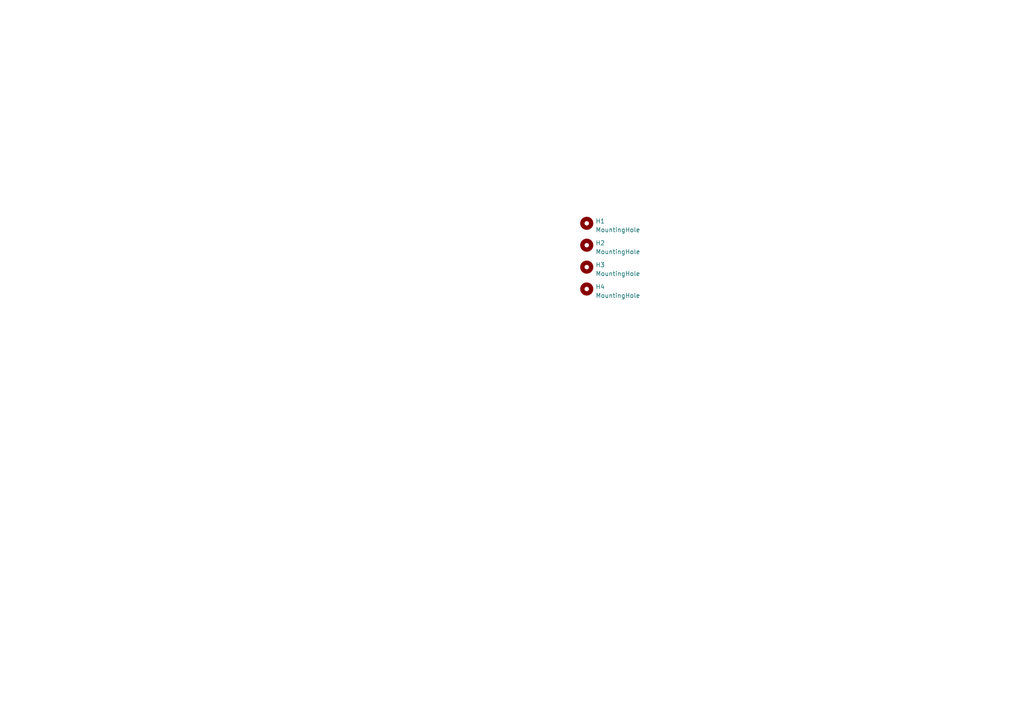
<source format=kicad_sch>
(kicad_sch (version 20230121) (generator eeschema)
  (paper "A4")
  (lib_symbols
    (symbol "Mechanical:MountingHole" (pin_names (offset 1.016))
      (property "Reference" "H" (at 0 5.08 0))
      (property "Value" "MountingHole" (at 0 3.175 0))
      (symbol "MountingHole_0_1"
        (circle (center 0 0) (radius 1.27) (stroke (width 1.27)))
      )
    )
  )
  (symbol (lib_id "Mechanical:MountingHole") (at 170.18 77.47 0) (unit 1)
    (property "Reference" "H3" (at 172.72 76.835 0) (effects (justify left)))
    (property "Value" "MountingHole" (at 172.72 79.375 0) (effects (justify left)))
  )
  (symbol (lib_id "Mechanical:MountingHole") (at 170.18 83.82 0) (unit 1)
    (property "Reference" "H4" (at 172.72 83.185 0) (effects (justify left)))
    (property "Value" "MountingHole" (at 172.72 85.725 0) (effects (justify left)))
  )
  (symbol (lib_id "Mechanical:MountingHole") (at 170.18 64.77 0) (unit 1)
    (property "Reference" "H1" (at 172.72 64.135 0) (effects (justify left)))
    (property "Value" "MountingHole" (at 172.72 66.675 0) (effects (justify left)))
  )
  (symbol (lib_id "Mechanical:MountingHole") (at 170.18 71.12 0) (unit 1)
    (property "Reference" "H2" (at 172.72 70.485 0) (effects (justify left)))
    (property "Value" "MountingHole" (at 172.72 73.025 0) (effects (justify left)))
  )
)
</source>
